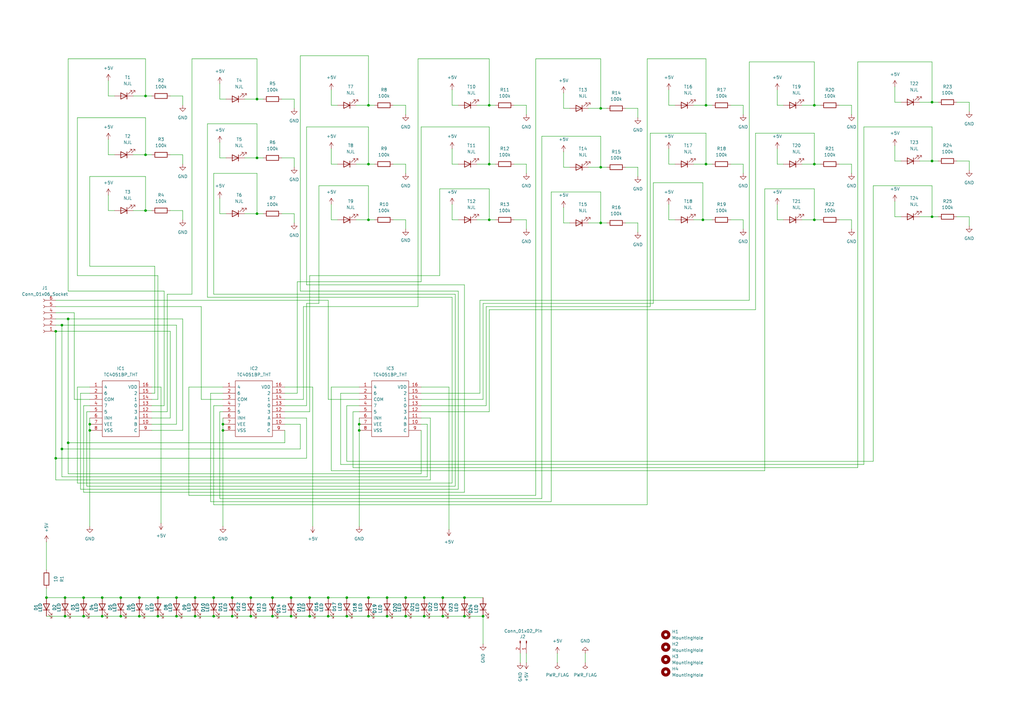
<source format=kicad_sch>
(kicad_sch (version 20231120) (generator "eeschema") (generator_version "8.0")
  (paper "A3")
  (junction (at 27.94 130.81))
  (junction (at 166.37 245.11))
  (junction (at 158.75 252.73))
  (junction (at 25.4 184.15))
  (junction (at 200.66 90.17))
  (junction (at 142.24 252.73))
  (junction (at 105.41 40.64))
  (junction (at 95.25 252.73))
  (junction (at 288.29 90.17))
  (junction (at 200.66 43.18))
  (junction (at 87.63 252.73))
  (junction (at 49.53 252.73))
  (junction (at 72.39 245.11))
  (junction (at 190.5 245.11))
  (junction (at 134.62 252.73))
  (junction (at 36.83 173.99))
  (junction (at 334.01 43.18))
  (junction (at 105.41 87.63))
  (junction (at 142.24 245.11))
  (junction (at 59.69 63.5))
  (junction (at 80.01 252.73))
  (junction (at 57.15 252.73))
  (junction (at 91.44 173.99))
  (junction (at 200.66 67.31))
  (junction (at 41.91 252.73))
  (junction (at 334.01 90.17))
  (junction (at 198.12 252.73))
  (junction (at 95.25 245.11))
  (junction (at 151.13 245.11))
  (junction (at 64.77 252.73))
  (junction (at 382.27 41.91))
  (junction (at 382.27 88.9))
  (junction (at 151.13 252.73))
  (junction (at 181.61 252.73))
  (junction (at 59.69 86.36))
  (junction (at 190.5 252.73))
  (junction (at 181.61 245.11))
  (junction (at 105.41 64.77))
  (junction (at 289.56 67.31))
  (junction (at 19.05 245.11))
  (junction (at 158.75 245.11))
  (junction (at 173.99 252.73))
  (junction (at 134.62 245.11))
  (junction (at 80.01 245.11))
  (junction (at 34.29 245.11))
  (junction (at 382.27 66.04))
  (junction (at 111.76 245.11))
  (junction (at 147.32 173.99))
  (junction (at 119.38 245.11))
  (junction (at 289.56 43.18))
  (junction (at 173.99 245.11))
  (junction (at 36.83 176.53))
  (junction (at 246.38 68.58))
  (junction (at 246.38 44.45))
  (junction (at 151.13 90.17))
  (junction (at 246.38 91.44))
  (junction (at 34.29 252.73))
  (junction (at 26.67 245.11))
  (junction (at 102.87 252.73))
  (junction (at 59.69 39.37))
  (junction (at 25.4 133.35))
  (junction (at 119.38 252.73))
  (junction (at 49.53 245.11))
  (junction (at 166.37 252.73))
  (junction (at 127 245.11))
  (junction (at 22.86 187.96))
  (junction (at 111.76 252.73))
  (junction (at 147.32 176.53))
  (junction (at 41.91 245.11))
  (junction (at 64.77 245.11))
  (junction (at 102.87 245.11))
  (junction (at 334.01 67.31))
  (junction (at 151.13 67.31))
  (junction (at 151.13 43.18))
  (junction (at 27.94 181.61))
  (junction (at 72.39 252.73))
  (junction (at 26.67 252.73))
  (junction (at 57.15 245.11))
  (junction (at 91.44 176.53))
  (junction (at 22.86 135.89))
  (junction (at 127 252.73))
  (junction (at 87.63 245.11))
  (wire (pts (xy 392.43 88.9) (xy 397.51 88.9)))
  (wire (pts (xy 397.51 66.04) (xy 397.51 69.85)))
  (wire (pts (xy 27.94 130.81) (xy 74.93 130.81)))
  (wire (pts (xy 91.44 171.45) (xy 91.44 173.99)))
  (wire (pts (xy 358.14 76.2) (xy 358.14 189.23)))
  (wire (pts (xy 90.17 87.63) (xy 92.71 87.63)))
  (wire (pts (xy 344.17 90.17) (xy 349.25 90.17)))
  (wire (pts (xy 246.38 91.44) (xy 248.92 91.44)))
  (wire (pts (xy 186.69 120.65) (xy 186.69 199.39)))
  (wire (pts (xy 90.17 168.91) (xy 91.44 168.91)))
  (wire (pts (xy 151.13 245.11) (xy 158.75 245.11)))
  (wire (pts (xy 354.33 190.5) (xy 139.7 190.5)))
  (wire (pts (xy 74.93 176.53) (xy 74.93 130.81)))
  (wire (pts (xy 349.25 43.18) (xy 349.25 46.99)))
  (wire (pts (xy 328.93 67.31) (xy 334.01 67.31)))
  (wire (pts (xy 367.03 59.69) (xy 367.03 66.04)))
  (wire (pts (xy 74.93 86.36) (xy 74.93 90.17)))
  (wire (pts (xy 87.63 207.01) (xy 87.63 166.37)))
  (wire (pts (xy 36.83 163.83) (xy 30.48 163.83)))
  (wire (pts (xy 31.75 48.26) (xy 31.75 113.03)))
  (wire (pts (xy 377.19 88.9) (xy 382.27 88.9)))
  (wire (pts (xy 313.69 77.47) (xy 313.69 193.04)))
  (wire (pts (xy 127 113.03) (xy 127 168.91)))
  (wire (pts (xy 195.58 90.17) (xy 200.66 90.17)))
  (wire (pts (xy 328.93 43.18) (xy 334.01 43.18)))
  (wire (pts (xy 215.9 67.31) (xy 215.9 71.12)))
  (wire (pts (xy 274.32 67.31) (xy 276.86 67.31)))
  (wire (pts (xy 231.14 68.58) (xy 233.68 68.58)))
  (wire (pts (xy 69.85 86.36) (xy 74.93 86.36)))
  (wire (pts (xy 151.13 67.31) (xy 153.67 67.31)))
  (wire (pts (xy 334.01 43.18) (xy 336.55 43.18)))
  (wire (pts (xy 95.25 252.73) (xy 102.87 252.73)))
  (wire (pts (xy 135.89 83.82) (xy 135.89 90.17)))
  (wire (pts (xy 36.83 72.39) (xy 36.83 109.22)))
  (wire (pts (xy 146.05 67.31) (xy 151.13 67.31)))
  (wire (pts (xy 63.5 109.22) (xy 63.5 161.29)))
  (wire (pts (xy 313.69 193.04) (xy 135.89 193.04)))
  (wire (pts (xy 105.41 87.63) (xy 107.95 87.63)))
  (wire (pts (xy 120.65 64.77) (xy 120.65 68.58)))
  (wire (pts (xy 44.45 57.15) (xy 44.45 63.5)))
  (wire (pts (xy 171.45 125.73) (xy 124.46 125.73)))
  (wire (pts (xy 19.05 222.25) (xy 19.05 233.68)))
  (wire (pts (xy 125.73 124.46) (xy 125.73 166.37)))
  (wire (pts (xy 36.83 171.45) (xy 36.83 173.99)))
  (wire (pts (xy 116.84 158.75) (xy 128.27 158.75)))
  (wire (pts (xy 90.17 81.28) (xy 90.17 87.63)))
  (wire (pts (xy 210.82 43.18) (xy 215.9 43.18)))
  (wire (pts (xy 105.41 24.13) (xy 105.41 40.64)))
  (wire (pts (xy 41.91 252.73) (xy 49.53 252.73)))
  (wire (pts (xy 226.06 78.74) (xy 226.06 205.74)))
  (wire (pts (xy 69.85 135.89) (xy 22.86 135.89)))
  (wire (pts (xy 180.34 77.47) (xy 180.34 113.03)))
  (wire (pts (xy 151.13 76.2) (xy 151.13 90.17)))
  (wire (pts (xy 121.92 161.29) (xy 116.84 161.29)))
  (wire (pts (xy 219.71 203.2) (xy 77.47 203.2)))
  (wire (pts (xy 67.31 166.37) (xy 62.23 166.37)))
  (wire (pts (xy 246.38 44.45) (xy 248.92 44.45)))
  (wire (pts (xy 318.77 60.96) (xy 318.77 67.31)))
  (wire (pts (xy 72.39 173.99) (xy 72.39 133.35)))
  (wire (pts (xy 382.27 41.91) (xy 384.81 41.91)))
  (wire (pts (xy 318.77 43.18) (xy 321.31 43.18)))
  (wire (pts (xy 30.48 163.83) (xy 30.48 128.27)))
  (wire (pts (xy 351.79 25.4) (xy 351.79 191.77)))
  (wire (pts (xy 344.17 43.18) (xy 349.25 43.18)))
  (wire (pts (xy 185.42 90.17) (xy 187.96 90.17)))
  (wire (pts (xy 135.89 60.96) (xy 135.89 67.31)))
  (wire (pts (xy 36.83 176.53) (xy 36.83 215.9)))
  (wire (pts (xy 30.48 128.27) (xy 22.86 128.27)))
  (wire (pts (xy 185.42 198.12) (xy 31.75 198.12)))
  (wire (pts (xy 180.34 113.03) (xy 127 113.03)))
  (wire (pts (xy 105.41 50.8) (xy 105.41 64.77)))
  (wire (pts (xy 261.62 44.45) (xy 261.62 48.26)))
  (wire (pts (xy 139.7 161.29) (xy 147.32 161.29)))
  (wire (pts (xy 62.23 158.75) (xy 66.04 158.75)))
  (wire (pts (xy 105.41 40.64) (xy 107.95 40.64)))
  (wire (pts (xy 62.23 173.99) (xy 72.39 173.99)))
  (wire (pts (xy 102.87 245.11) (xy 111.76 245.11)))
  (wire (pts (xy 196.85 123.19) (xy 196.85 161.29)))
  (wire (pts (xy 354.33 52.07) (xy 382.27 52.07)))
  (wire (pts (xy 267.97 74.93) (xy 288.29 74.93)))
  (wire (pts (xy 44.45 80.01) (xy 44.45 86.36)))
  (wire (pts (xy 266.7 54.61) (xy 289.56 54.61)))
  (wire (pts (xy 377.19 41.91) (xy 382.27 41.91)))
  (wire (pts (xy 309.88 54.61) (xy 334.01 54.61)))
  (wire (pts (xy 289.56 54.61) (xy 289.56 67.31)))
  (wire (pts (xy 125.73 187.96) (xy 22.86 187.96)))
  (wire (pts (xy 172.72 158.75) (xy 184.15 158.75)))
  (wire (pts (xy 54.61 86.36) (xy 59.69 86.36)))
  (wire (pts (xy 64.77 245.11) (xy 72.39 245.11)))
  (wire (pts (xy 72.39 133.35) (xy 25.4 133.35)))
  (wire (pts (xy 288.29 74.93) (xy 288.29 90.17)))
  (wire (pts (xy 27.94 119.38) (xy 67.31 119.38)))
  (wire (pts (xy 266.7 125.73) (xy 199.39 125.73)))
  (wire (pts (xy 181.61 245.11) (xy 190.5 245.11)))
  (wire (pts (xy 130.81 124.46) (xy 125.73 124.46)))
  (wire (pts (xy 246.38 24.13) (xy 219.71 24.13)))
  (wire (pts (xy 139.7 190.5) (xy 139.7 161.29)))
  (wire (pts (xy 27.94 194.31) (xy 27.94 181.61)))
  (wire (pts (xy 19.05 252.73) (xy 26.67 252.73)))
  (wire (pts (xy 256.54 68.58) (xy 261.62 68.58)))
  (wire (pts (xy 123.19 173.99) (xy 123.19 184.15)))
  (wire (pts (xy 382.27 25.4) (xy 382.27 41.91)))
  (wire (pts (xy 123.19 22.86) (xy 151.13 22.86)))
  (wire (pts (xy 200.66 77.47) (xy 180.34 77.47)))
  (wire (pts (xy 116.84 171.45) (xy 125.73 171.45)))
  (wire (pts (xy 210.82 67.31) (xy 215.9 67.31)))
  (wire (pts (xy 265.43 207.01) (xy 87.63 207.01)))
  (wire (pts (xy 57.15 252.73) (xy 64.77 252.73)))
  (wire (pts (xy 67.31 119.38) (xy 67.31 166.37)))
  (wire (pts (xy 123.19 119.38) (xy 187.96 119.38)))
  (wire (pts (xy 68.58 168.91) (xy 62.23 168.91)))
  (wire (pts (xy 125.73 52.07) (xy 151.13 52.07)))
  (wire (pts (xy 246.38 55.88) (xy 246.38 68.58)))
  (wire (pts (xy 100.33 64.77) (xy 105.41 64.77)))
  (wire (pts (xy 26.67 245.11) (xy 34.29 245.11)))
  (wire (pts (xy 82.55 163.83) (xy 91.44 163.83)))
  (wire (pts (xy 334.01 90.17) (xy 336.55 90.17)))
  (wire (pts (xy 69.85 171.45) (xy 69.85 135.89)))
  (wire (pts (xy 121.92 115.57) (xy 121.92 161.29)))
  (wire (pts (xy 358.14 189.23) (xy 142.24 189.23)))
  (wire (pts (xy 49.53 245.11) (xy 57.15 245.11)))
  (wire (pts (xy 198.12 124.46) (xy 198.12 163.83)))
  (wire (pts (xy 176.53 171.45) (xy 176.53 196.85)))
  (wire (pts (xy 261.62 68.58) (xy 261.62 72.39)))
  (wire (pts (xy 128.27 158.75) (xy 128.27 215.9)))
  (wire (pts (xy 190.5 245.11) (xy 198.12 245.11)))
  (wire (pts (xy 334.01 25.4) (xy 334.01 43.18)))
  (wire (pts (xy 135.89 67.31) (xy 138.43 67.31)))
  (wire (pts (xy 318.77 90.17) (xy 321.31 90.17)))
  (wire (pts (xy 304.8 90.17) (xy 304.8 93.98)))
  (wire (pts (xy 151.13 252.73) (xy 142.24 252.73)))
  (wire (pts (xy 124.46 125.73) (xy 124.46 163.83)))
  (wire (pts (xy 59.69 24.13) (xy 59.69 39.37)))
  (wire (pts (xy 69.85 63.5) (xy 74.93 63.5)))
  (wire (pts (xy 78.74 24.13) (xy 78.74 120.65)))
  (wire (pts (xy 34.29 245.11) (xy 41.91 245.11)))
  (wire (pts (xy 146.05 43.18) (xy 151.13 43.18)))
  (wire (pts (xy 377.19 66.04) (xy 382.27 66.04)))
  (wire (pts (xy 195.58 43.18) (xy 200.66 43.18)))
  (wire (pts (xy 134.62 245.11) (xy 142.24 245.11)))
  (wire (pts (xy 115.57 40.64) (xy 120.65 40.64)))
  (wire (pts (xy 49.53 252.73) (xy 57.15 252.73)))
  (wire (pts (xy 187.96 200.66) (xy 33.02 200.66)))
  (wire (pts (xy 318.77 83.82) (xy 318.77 90.17)))
  (wire (pts (xy 54.61 39.37) (xy 59.69 39.37)))
  (wire (pts (xy 199.39 166.37) (xy 172.72 166.37)))
  (wire (pts (xy 82.55 125.73) (xy 22.86 125.73)))
  (wire (pts (xy 289.56 43.18) (xy 292.1 43.18)))
  (wire (pts (xy 72.39 252.73) (xy 80.01 252.73)))
  (wire (pts (xy 64.77 113.03) (xy 64.77 163.83)))
  (wire (pts (xy 200.66 127) (xy 200.66 168.91)))
  (wire (pts (xy 274.32 36.83) (xy 274.32 43.18)))
  (wire (pts (xy 284.48 43.18) (xy 289.56 43.18)))
  (wire (pts (xy 246.38 24.13) (xy 246.38 44.45)))
  (wire (pts (xy 63.5 161.29) (xy 62.23 161.29)))
  (wire (pts (xy 87.63 166.37) (xy 91.44 166.37)))
  (wire (pts (xy 265.43 24.13) (xy 289.56 24.13)))
  (wire (pts (xy 44.45 39.37) (xy 46.99 39.37)))
  (wire (pts (xy 274.32 43.18) (xy 276.86 43.18)))
  (wire (pts (xy 90.17 34.29) (xy 90.17 40.64)))
  (wire (pts (xy 200.66 43.18) (xy 203.2 43.18)))
  (wire (pts (xy 142.24 166.37) (xy 147.32 166.37)))
  (wire (pts (xy 213.36 267.97) (xy 213.36 271.78)))
  (wire (pts (xy 36.83 109.22) (xy 63.5 109.22)))
  (wire (pts (xy 304.8 67.31) (xy 304.8 71.12)))
  (wire (pts (xy 33.02 161.29) (xy 36.83 161.29)))
  (wire (pts (xy 64.77 252.73) (xy 72.39 252.73)))
  (wire (pts (xy 382.27 76.2) (xy 382.27 88.9)))
  (wire (pts (xy 19.05 241.3) (xy 19.05 245.11)))
  (wire (pts (xy 90.17 40.64) (xy 92.71 40.64)))
  (wire (pts (xy 382.27 52.07) (xy 382.27 66.04)))
  (wire (pts (xy 27.94 181.61) (xy 27.94 130.81)))
  (wire (pts (xy 127 168.91) (xy 116.84 168.91)))
  (wire (pts (xy 304.8 43.18) (xy 304.8 46.99)))
  (wire (pts (xy 90.17 204.47) (xy 90.17 168.91)))
  (wire (pts (xy 91.44 173.99) (xy 91.44 176.53)))
  (wire (pts (xy 161.29 43.18) (xy 166.37 43.18)))
  (wire (pts (xy 41.91 245.11) (xy 49.53 245.11)))
  (wire (pts (xy 171.45 24.13) (xy 200.66 24.13)))
  (wire (pts (xy 59.69 39.37) (xy 62.23 39.37)))
  (wire (pts (xy 33.02 161.29) (xy 33.02 200.66)))
  (wire (pts (xy 246.38 78.74) (xy 226.06 78.74)))
  (wire (pts (xy 105.41 71.12) (xy 87.63 71.12)))
  (wire (pts (xy 31.75 198.12) (xy 31.75 158.75)))
  (wire (pts (xy 91.44 176.53) (xy 91.44 215.9)))
  (wire (pts (xy 34.29 201.93) (xy 34.29 166.37)))
  (wire (pts (xy 172.72 171.45) (xy 176.53 171.45)))
  (wire (pts (xy 328.93 90.17) (xy 334.01 90.17)))
  (wire (pts (xy 142.24 189.23) (xy 142.24 166.37)))
  (wire (pts (xy 134.62 252.73) (xy 127 252.73)))
  (wire (pts (xy 382.27 66.04) (xy 384.81 66.04)))
  (wire (pts (xy 36.83 72.39) (xy 59.69 72.39)))
  (wire (pts (xy 397.51 41.91) (xy 397.51 45.72)))
  (wire (pts (xy 26.67 252.73) (xy 34.29 252.73)))
  (wire (pts (xy 266.7 54.61) (xy 266.7 125.73)))
  (wire (pts (xy 175.26 195.58) (xy 25.4 195.58)))
  (wire (pts (xy 274.32 60.96) (xy 274.32 67.31)))
  (wire (pts (xy 119.38 252.73) (xy 127 252.73)))
  (wire (pts (xy 173.99 245.11) (xy 181.61 245.11)))
  (wire (pts (xy 62.23 171.45) (xy 69.85 171.45)))
  (wire (pts (xy 222.25 55.88) (xy 222.25 204.47)))
  (wire (pts (xy 125.73 171.45) (xy 125.73 187.96)))
  (wire (pts (xy 119.38 245.11) (xy 127 245.11)))
  (wire (pts (xy 130.81 76.2) (xy 130.81 124.46)))
  (wire (pts (xy 334.01 77.47) (xy 334.01 90.17)))
  (wire (pts (xy 261.62 91.44) (xy 261.62 95.25)))
  (wire (pts (xy 123.19 22.86) (xy 123.19 119.38)))
  (wire (pts (xy 172.72 52.07) (xy 200.66 52.07)))
  (wire (pts (xy 176.53 196.85) (xy 22.86 196.85)))
  (wire (pts (xy 135.89 158.75) (xy 147.32 158.75)))
  (wire (pts (xy 77.47 203.2) (xy 77.47 158.75)))
  (wire (pts (xy 166.37 245.11) (xy 173.99 245.11)))
  (wire (pts (xy 226.06 205.74) (xy 86.36 205.74)))
  (wire (pts (xy 289.56 67.31) (xy 292.1 67.31)))
  (wire (pts (xy 309.88 54.61) (xy 309.88 127)))
  (wire (pts (xy 116.84 181.61) (xy 27.94 181.61)))
  (wire (pts (xy 22.86 123.19) (xy 134.62 123.19)))
  (wire (pts (xy 382.27 88.9) (xy 384.81 88.9)))
  (wire (pts (xy 95.25 245.11) (xy 102.87 245.11)))
  (wire (pts (xy 80.01 252.73) (xy 87.63 252.73)))
  (wire (pts (xy 231.14 62.23) (xy 231.14 68.58)))
  (wire (pts (xy 334.01 67.31) (xy 336.55 67.31)))
  (wire (pts (xy 274.32 83.82) (xy 274.32 90.17)))
  (wire (pts (xy 78.74 120.65) (xy 68.58 120.65)))
  (wire (pts (xy 198.12 163.83) (xy 172.72 163.83)))
  (wire (pts (xy 334.01 77.47) (xy 313.69 77.47)))
  (wire (pts (xy 267.97 124.46) (xy 198.12 124.46)))
  (wire (pts (xy 349.25 67.31) (xy 349.25 71.12)))
  (wire (pts (xy 120.65 40.64) (xy 120.65 44.45)))
  (wire (pts (xy 34.29 166.37) (xy 36.83 166.37)))
  (wire (pts (xy 344.17 67.31) (xy 349.25 67.31)))
  (wire (pts (xy 115.57 87.63) (xy 120.65 87.63)))
  (wire (pts (xy 241.3 91.44) (xy 246.38 91.44)))
  (wire (pts (xy 349.25 90.17) (xy 349.25 93.98)))
  (wire (pts (xy 151.13 22.86) (xy 151.13 43.18)))
  (wire (pts (xy 147.32 163.83) (xy 134.62 163.83)))
  (wire (pts (xy 27.94 24.13) (xy 27.94 119.38)))
  (wire (pts (xy 90.17 64.77) (xy 92.71 64.77)))
  (wire (pts (xy 172.72 176.53) (xy 172.72 194.31)))
  (wire (pts (xy 59.69 86.36) (xy 62.23 86.36)))
  (wire (pts (xy 25.4 184.15) (xy 25.4 195.58)))
  (wire (pts (xy 69.85 39.37) (xy 74.93 39.37)))
  (wire (pts (xy 307.34 25.4) (xy 334.01 25.4)))
  (wire (pts (xy 195.58 67.31) (xy 200.66 67.31)))
  (wire (pts (xy 231.14 91.44) (xy 233.68 91.44)))
  (wire (pts (xy 284.48 67.31) (xy 289.56 67.31)))
  (wire (pts (xy 64.77 163.83) (xy 62.23 163.83)))
  (wire (pts (xy 241.3 44.45) (xy 246.38 44.45)))
  (wire (pts (xy 44.45 63.5) (xy 46.99 63.5)))
  (wire (pts (xy 116.84 173.99) (xy 123.19 173.99)))
  (wire (pts (xy 256.54 44.45) (xy 261.62 44.45)))
  (wire (pts (xy 74.93 39.37) (xy 74.93 43.18)))
  (wire (pts (xy 184.15 158.75) (xy 184.15 217.17)))
  (wire (pts (xy 144.78 191.77) (xy 144.78 168.91)))
  (wire (pts (xy 127 245.11) (xy 134.62 245.11)))
  (wire (pts (xy 144.78 168.91) (xy 147.32 168.91)))
  (wire (pts (xy 172.72 52.07) (xy 172.72 115.57)))
  (wire (pts (xy 200.66 77.47) (xy 200.66 90.17)))
  (wire (pts (xy 231.14 44.45) (xy 233.68 44.45)))
  (wire (pts (xy 222.25 55.88) (xy 246.38 55.88)))
  (wire (pts (xy 158.75 245.11) (xy 166.37 245.11)))
  (wire (pts (xy 318.77 67.31) (xy 321.31 67.31)))
  (wire (pts (xy 59.69 63.5) (xy 62.23 63.5)))
  (wire (pts (xy 87.63 71.12) (xy 87.63 120.65)))
  (wire (pts (xy 135.89 90.17) (xy 138.43 90.17)))
  (wire (pts (xy 123.19 184.15) (xy 25.4 184.15)))
  (wire (pts (xy 59.69 48.26) (xy 59.69 63.5)))
  (wire (pts (xy 210.82 90.17) (xy 215.9 90.17)))
  (wire (pts (xy 256.54 91.44) (xy 261.62 91.44)))
  (wire (pts (xy 19.05 245.11) (xy 26.67 245.11)))
  (wire (pts (xy 31.75 113.03) (xy 64.77 113.03)))
  (wire (pts (xy 186.69 199.39) (xy 35.56 199.39)))
  (wire (pts (xy 288.29 90.17) (xy 292.1 90.17)))
  (wire (pts (xy 215.9 267.97) (xy 215.9 271.78)))
  (wire (pts (xy 274.32 90.17) (xy 276.86 90.17)))
  (wire (pts (xy 74.93 63.5) (xy 74.93 67.31)))
  (wire (pts (xy 35.56 168.91) (xy 36.83 168.91)))
  (wire (pts (xy 87.63 245.11) (xy 95.25 245.11)))
  (wire (pts (xy 87.63 120.65) (xy 186.69 120.65)))
  (wire (pts (xy 82.55 125.73) (xy 82.55 163.83)))
  (wire (pts (xy 200.66 168.91) (xy 172.72 168.91)))
  (wire (pts (xy 31.75 48.26) (xy 59.69 48.26)))
  (wire (pts (xy 198.12 264.16) (xy 198.12 252.73)))
  (wire (pts (xy 147.32 173.99) (xy 147.32 176.53)))
  (wire (pts (xy 200.66 24.13) (xy 200.66 43.18)))
  (wire (pts (xy 166.37 67.31) (xy 166.37 71.12)))
  (wire (pts (xy 172.72 194.31) (xy 27.94 194.31)))
  (wire (pts (xy 367.03 88.9) (xy 369.57 88.9)))
  (wire (pts (xy 36.83 173.99) (xy 36.83 176.53)))
  (wire (pts (xy 246.38 78.74) (xy 246.38 91.44)))
  (wire (pts (xy 85.09 121.92) (xy 185.42 121.92)))
  (wire (pts (xy 246.38 68.58) (xy 248.92 68.58)))
  (wire (pts (xy 354.33 52.07) (xy 354.33 190.5)))
  (wire (pts (xy 367.03 41.91) (xy 369.57 41.91)))
  (wire (pts (xy 215.9 43.18) (xy 215.9 46.99)))
  (wire (pts (xy 284.48 90.17) (xy 288.29 90.17)))
  (wire (pts (xy 147.32 176.53) (xy 147.32 215.9)))
  (wire (pts (xy 307.34 25.4) (xy 307.34 123.19)))
  (wire (pts (xy 222.25 204.47) (xy 90.17 204.47)))
  (wire (pts (xy 265.43 24.13) (xy 265.43 207.01)))
  (wire (pts (xy 85.09 50.8) (xy 85.09 121.92)))
  (wire (pts (xy 181.61 252.73) (xy 173.99 252.73)))
  (wire (pts (xy 44.45 86.36) (xy 46.99 86.36)))
  (wire (pts (xy 166.37 90.17) (xy 166.37 93.98)))
  (wire (pts (xy 80.01 245.11) (xy 87.63 245.11)))
  (wire (pts (xy 78.74 24.13) (xy 105.41 24.13)))
  (wire (pts (xy 142.24 245.11) (xy 151.13 245.11)))
  (wire (pts (xy 57.15 245.11) (xy 64.77 245.11)))
  (wire (pts (xy 172.72 115.57) (xy 121.92 115.57)))
  (wire (pts (xy 367.03 35.56) (xy 367.03 41.91)))
  (wire (pts (xy 175.26 173.99) (xy 175.26 195.58)))
  (wire (pts (xy 111.76 245.11) (xy 119.38 245.11)))
  (wire (pts (xy 62.23 176.53) (xy 74.93 176.53)))
  (wire (pts (xy 25.4 133.35) (xy 25.4 184.15)))
  (wire (pts (xy 34.29 252.73) (xy 41.91 252.73)))
  (wire (pts (xy 87.63 252.73) (xy 95.25 252.73)))
  (wire (pts (xy 185.42 36.83) (xy 185.42 43.18)))
  (wire (pts (xy 185.42 43.18) (xy 187.96 43.18)))
  (wire (pts (xy 22.86 130.81) (xy 27.94 130.81)))
  (wire (pts (xy 90.17 58.42) (xy 90.17 64.77)))
  (wire (pts (xy 166.37 252.73) (xy 158.75 252.73)))
  (wire (pts (xy 231.14 85.09) (xy 231.14 91.44)))
  (wire (pts (xy 289.56 24.13) (xy 289.56 43.18)))
  (wire (pts (xy 22.86 135.89) (xy 22.86 187.96)))
  (wire (pts (xy 100.33 87.63) (xy 105.41 87.63)))
  (wire (pts (xy 151.13 252.73) (xy 158.75 252.73)))
  (wire (pts (xy 299.72 43.18) (xy 304.8 43.18)))
  (wire (pts (xy 200.66 52.07) (xy 200.66 67.31)))
  (wire (pts (xy 151.13 90.17) (xy 153.67 90.17)))
  (wire (pts (xy 358.14 76.2) (xy 382.27 76.2)))
  (wire (pts (xy 111.76 252.73) (xy 119.38 252.73)))
  (wire (pts (xy 86.36 161.29) (xy 86.36 205.74)))
  (wire (pts (xy 351.79 25.4) (xy 382.27 25.4)))
  (wire (pts (xy 147.32 171.45) (xy 147.32 173.99)))
  (wire (pts (xy 185.42 83.82) (xy 185.42 90.17)))
  (wire (pts (xy 367.03 82.55) (xy 367.03 88.9)))
  (wire (pts (xy 200.66 90.17) (xy 203.2 90.17)))
  (wire (pts (xy 190.5 252.73) (xy 198.12 252.73)))
  (wire (pts (xy 35.56 199.39) (xy 35.56 168.91)))
  (wire (pts (xy 392.43 41.91) (xy 397.51 41.91)))
  (wire (pts (xy 135.89 36.83) (xy 135.89 43.18)))
  (wire (pts (xy 125.73 52.07) (xy 125.73 116.84)))
  (wire (pts (xy 190.5 116.84) (xy 190.5 201.93)))
  (wire (pts (xy 151.13 76.2) (xy 130.81 76.2)))
  (wire (pts (xy 181.61 252.73) (xy 190.5 252.73)))
  (wire (pts (xy 66.04 158.75) (xy 66.04 214.63)))
  (wire (pts (xy 31.75 158.75) (xy 36.83 158.75)))
  (wire (pts (xy 367.03 66.04) (xy 369.57 66.04)))
  (wire (pts (xy 299.72 90.17) (xy 304.8 90.17)))
  (wire (pts (xy 124.46 163.83) (xy 116.84 163.83)))
  (wire (pts (xy 134.62 163.83) (xy 134.62 123.19)))
  (wire (pts (xy 102.87 252.73) (xy 111.76 252.73)))
  (wire (pts (xy 196.85 161.29) (xy 172.72 161.29)))
  (wire (pts (xy 299.72 67.31) (xy 304.8 67.31)))
  (wire (pts (xy 171.45 24.13) (xy 171.45 125.73)))
  (wire (pts (xy 240.03 267.97) (xy 240.03 271.78)))
  (wire (pts (xy 22.86 187.96) (xy 22.86 196.85)))
  (wire (pts (xy 161.29 90.17) (xy 166.37 90.17)))
  (wire (pts (xy 86.36 161.29) (xy 91.44 161.29)))
  (wire (pts (xy 105.41 71.12) (xy 105.41 87.63)))
  (wire (pts (xy 219.71 24.13) (xy 219.71 203.2)))
  (wire (pts (xy 200.66 67.31) (xy 203.2 67.31)))
  (wire (pts (xy 351.79 191.77) (xy 144.78 191.77)))
  (wire (pts (xy 172.72 173.99) (xy 175.26 173.99)))
  (wire (pts (xy 215.9 90.17) (xy 215.9 93.98)))
  (wire (pts (xy 146.05 90.17) (xy 151.13 90.17)))
  (wire (pts (xy 187.96 119.38) (xy 187.96 200.66)))
  (wire (pts (xy 161.29 67.31) (xy 166.37 67.31)))
  (wire (pts (xy 392.43 66.04) (xy 397.51 66.04)))
  (wire (pts (xy 116.84 176.53) (xy 116.84 181.61)))
  (wire (pts (xy 185.42 67.31) (xy 187.96 67.31)))
  (wire (pts (xy 77.47 158.75) (xy 91.44 158.75)))
  (wire (pts (xy 142.24 252.73) (xy 134.62 252.73)))
  (wire (pts (xy 54.61 63.5) (xy 59.69 63.5)))
  (wire (pts (xy 228.6 267.97) (xy 228.6 271.78)))
  (wire (pts (xy 166.37 43.18) (xy 166.37 46.99)))
  (wire (pts (xy 241.3 68.58) (xy 246.38 68.58)))
  (wire (pts (xy 135.89 43.18) (xy 138.43 43.18)))
  (wire (pts (xy 199.39 125.73) (xy 199.39 166.37)))
  (wire (pts (xy 59.69 72.39) (xy 59.69 86.36)))
  (wire (pts (xy 25.4 133.35) (xy 22.86 133.35)))
  (wire (pts (xy 151.13 43.18) (xy 153.67 43.18)))
  (wire (pts (xy 135.89 193.04) (xy 135.89 158.75)))
  (wire (pts (xy 318.77 36.83) (xy 318.77 43.18)))
  (wire (pts (xy 267.97 74.93) (xy 267.97 124.46)))
  (wire (pts (xy 44.45 33.02) (xy 44.45 39.37)))
  (wire (pts (xy 185.42 60.96) (xy 185.42 67.31)))
  (wire (pts (xy 185.42 121.92) (xy 185.42 198.12)))
  (wire (pts (xy 105.41 50.8) (xy 85.09 50.8)))
  (wire (pts (xy 231.14 38.1) (xy 231.14 44.45)))
  (wire (pts (xy 59.69 24.13) (xy 27.94 24.13)))
  (wire (pts (xy 307.34 123.19) (xy 196.85 123.19)))
  (wire (pts (xy 190.5 201.93) (xy 34.29 201.93)))
  (wire (pts (xy 397.51 88.9) (xy 397.51 92.71)))
  (wire (pts (xy 125.73 116.84) (xy 190.5 116.84)))
  (wire (pts (xy 68.58 120.65) (xy 68.58 168.91)))
  (wire (pts (xy 100.33 40.64) (xy 105.41 40.64)))
  (wire (pts (xy 151.13 52.07) (xy 151.13 67.31)))
  (wire (pts (xy 173.99 252.73) (xy 166.37 252.73)))
  (wire (pts (xy 120.65 87.63) (xy 120.65 91.44)))
  (wire (pts (xy 125.73 166.37) (xy 116.84 166.37)))
  (wire (pts (xy 115.57 64.77) (xy 120.65 64.77)))
  (wire (pts (xy 334.01 54.61) (xy 334.01 67.31)))
  (wire (pts (xy 309.88 127) (xy 200.66 127)))
  (wire (pts (xy 105.41 64.77) (xy 107.95 64.77)))
  (wire (pts (xy 72.39 245.11) (xy 80.01 245.11)))
  (symbol (lib_id "power:+5V") (at 185.42 36.83 0) (unit 1)
    (property "Reference" "#PWR026" (effects (hide yes)))
    (property "Value" "+5V" (at 185.42 31.75 0))
    (property "Description" "Power symbol creates a global label with name \"+5V\"" (effects (hide yes)))
  )
  (symbol (lib_id "Device:LED") (at 142.24 90.17 180) (unit 1)
    (property "Reference" "T9" (at 143.8275 82.55 0))
    (property "Value" "NJL" (at 143.8275 85.09 0))
    (property "Footprint" "LED_THT:LED_D3.0mm" (effects (hide yes)))
    (property "Description" "Light emitting diode" (effects (hide yes)))
  )
  (symbol (lib_id "Device:LED") (at 95.25 248.92 90) (unit 1)
    (property "Reference" "D11" (at 90.424 248.92 0))
    (property "Value" "LED" (at 92.456 249.174 0))
    (property "Footprint" "LED_THT:LED_D3.0mm" (effects (hide yes)))
    (property "Description" "Light emitting diode" (effects (hide yes)))
  )
  (symbol (lib_id "Device:LED") (at 191.77 67.31 180) (unit 1)
    (property "Reference" "T11" (at 193.3575 59.69 0))
    (property "Value" "NJL" (at 193.3575 62.23 0))
    (property "Footprint" "LED_THT:LED_D3.0mm" (effects (hide yes)))
    (property "Description" "Light emitting diode" (effects (hide yes)))
  )
  (symbol (lib_id "power:+5V") (at 231.14 85.09 0) (unit 1)
    (property "Reference" "#PWR038" (effects (hide yes)))
    (property "Value" "+5V" (at 231.14 80.01 0))
    (property "Description" "Power symbol creates a global label with name \"+5V\"" (effects (hide yes)))
  )
  (symbol (lib_id "power:+5V") (at 367.03 82.55 0) (unit 1)
    (property "Reference" "#PWR057" (effects (hide yes)))
    (property "Value" "+5V" (at 367.03 77.47 0))
    (property "Description" "Power symbol creates a global label with name \"+5V\"" (effects (hide yes)))
  )
  (symbol (lib_id "Device:LED") (at 237.49 44.45 180) (unit 1)
    (property "Reference" "T13" (at 239.0775 36.83 0))
    (property "Value" "NJL" (at 239.0775 39.37 0))
    (property "Footprint" "LED_THT:LED_D3.0mm" (effects (hide yes)))
    (property "Description" "Light emitting diode" (effects (hide yes)))
  )
  (symbol (lib_id "Device:LED") (at 127 248.92 90) (unit 1)
    (property "Reference" "D15" (at 122.682 249.174 0))
    (property "Value" "LED" (at 124.46 249.174 0))
    (property "Footprint" "LED_THT:LED_D3.0mm" (effects (hide yes)))
    (property "Description" "Light emitting diode" (effects (hide yes)))
  )
  (symbol (lib_id "Device:R") (at 340.36 67.31 90) (unit 1)
    (property "Reference" "R21" (at 340.36 60.96 90))
    (property "Value" "100k" (at 340.36 63.5 90))
    (property "Footprint" "Resistor_THT:R_Axial_DIN0207_L6.3mm_D2.5mm_P10.16mm_Horizontal" (effects (hide yes)))
    (property "Description" "Resistor" (effects (hide yes)))
  )
  (symbol (lib_id "Device:LED") (at 50.8 39.37 180) (unit 1)
    (property "Reference" "T1" (at 52.3875 31.75 0))
    (property "Value" "NJL" (at 52.3875 34.29 0))
    (property "Footprint" "LED_THT:LED_D3.0mm" (effects (hide yes)))
    (property "Description" "Light emitting diode" (effects (hide yes)))
  )
  (symbol (lib_id "Device:LED") (at 142.24 43.18 180) (unit 1)
    (property "Reference" "T7" (at 143.8275 35.56 0))
    (property "Value" "NJL" (at 143.8275 38.1 0))
    (property "Footprint" "LED_THT:LED_D3.0mm" (effects (hide yes)))
    (property "Description" "Light emitting diode" (effects (hide yes)))
  )
  (symbol (lib_id "Mechanical:MountingHole") (at 273.05 260.35 0) (unit 1) (exclude_from_sim yes) (in_bom no)
    (property "Reference" "H1" (at 275.59 259.0799 0) (effects (justify left)))
    (property "Value" "MountingHole" (at 275.59 261.6199 0) (effects (justify left)))
    (property "Footprint" "MountingHole:MountingHole_3.2mm_M3" (effects (hide yes)))
    (property "Description" "Mounting Hole without connection" (effects (hide yes)))
  )
  (symbol (lib_id "power:GND") (at 147.32 215.9 0) (unit 1)
    (property "Reference" "#PWR021" (effects (hide yes)))
    (property "Value" "GND" (at 147.32 220.98 0))
    (property "Description" "Power symbol creates a global label with name \"GND\" , ground" (effects (hide yes)))
  )
  (symbol (lib_id "power:+5V") (at 318.77 60.96 0) (unit 1)
    (property "Reference" "#PWR050" (effects (hide yes)))
    (property "Value" "+5V" (at 318.77 55.88 0))
    (property "Description" "Power symbol creates a global label with name \"+5V\"" (effects (hide yes)))
  )
  (symbol (lib_id "power:+5V") (at 318.77 83.82 0) (unit 1)
    (property "Reference" "#PWR051" (effects (hide yes)))
    (property "Value" "+5V" (at 318.77 78.74 0))
    (property "Description" "Power symbol creates a global label with name \"+5V\"" (effects (hide yes)))
  )
  (symbol (lib_id "LINESENSOR:TC4051BP_THT") (at 147.32 158.75 0) (unit 1)
    (property "Reference" "IC3" (at 160.02 151.13 0))
    (property "Value" "TC4051BP_THT" (at 160.02 153.67 0))
    (property "Footprint" "LINESENSOR:TC4051BP_THT" (effects (hide yes)))
    (property "Datasheet" "http://toshiba.semicon-storage.com/info/docget.jsp?did=18603&prodName=TC4051BP" (effects (hide yes)))
    (property "Description" "Toshiba TC4051BP(N,F), Multiplexer/Demultiplexer Single 8:1, 12 V, 15 V, 5 V, 9 V, 16-Pin PDIP" (effects (hide yes)))
    (property "Description_1" "Toshiba TC4051BP(N,F), Multiplexer/Demultiplexer Single 8:1, 12 V, 15 V, 5 V, 9 V, 16-Pin PDIP" (effects (hide yes)))
    (property "Height" "4.45" (effects (hide yes)))
    (property "Manufacturer_Name" "Toshiba" (effects (hide yes)))
    (property "Manufacturer_Part_Number" "TC4051BP(N,F)" (effects (hide yes)))
  )
  (symbol (lib_id "Device:R") (at 207.01 90.17 90) (unit 1)
    (property "Reference" "R13" (at 207.01 83.82 90))
    (property "Value" "100k" (at 207.01 86.36 90))
    (property "Footprint" "Resistor_THT:R_Axial_DIN0207_L6.3mm_D2.5mm_P10.16mm_Horizontal" (effects (hide yes)))
    (property "Description" "Resistor" (effects (hide yes)))
  )
  (symbol (lib_id "power:GND") (at 215.9 46.99 0) (unit 1)
    (property "Reference" "#PWR031" (effects (hide yes)))
    (property "Value" "GND" (at 215.9 52.07 0))
    (property "Description" "Power symbol creates a global label with name \"GND\" , ground" (effects (hide yes)))
  )
  (symbol (lib_id "Device:R") (at 252.73 68.58 90) (unit 1)
    (property "Reference" "R15" (at 252.73 62.23 90))
    (property "Value" "100k" (at 252.73 64.77 90))
    (property "Footprint" "Resistor_THT:R_Axial_DIN0207_L6.3mm_D2.5mm_P10.16mm_Horizontal" (effects (hide yes)))
    (property "Description" "Resistor" (effects (hide yes)))
  )
  (symbol (lib_id "Connector:Conn_01x06_Socket") (at 17.78 130.81 180) (unit 1)
    (property "Reference" "J1" (at 18.415 118.11 0))
    (property "Value" "Conn_01x06_Socket" (at 18.415 120.65 0))
    (property "Footprint" "Connector_JST:JST_XH_B6B-XH-A_1x06_P2.50mm_Vertical" (effects (hide yes)))
    (property "Description" "Generic connector, single row, 01x06, script generated" (effects (hide yes)))
  )
  (symbol (lib_id "power:GND") (at 304.8 93.98 0) (unit 1)
    (property "Reference" "#PWR048" (effects (hide yes)))
    (property "Value" "GND" (at 304.8 99.06 0))
    (property "Description" "Power symbol creates a global label with name \"GND\" , ground" (effects (hide yes)))
  )
  (symbol (lib_id "power:+5V") (at 128.27 215.9 180) (unit 1)
    (property "Reference" "#PWR017" (effects (hide yes)))
    (property "Value" "+5V" (at 128.27 220.98 0))
    (property "Description" "Power symbol creates a global label with name \"+5V\"" (effects (hide yes)))
  )
  (symbol (lib_id "Device:LED") (at 34.29 248.92 90) (unit 1)
    (property "Reference" "D3" (at 29.972 249.174 0))
    (property "Value" "LED" (at 31.75 249.174 0))
    (property "Footprint" "LED_THT:LED_D3.0mm" (effects (hide yes)))
    (property "Description" "Light emitting diode" (effects (hide yes)))
  )
  (symbol (lib_id "power:GND") (at 304.8 71.12 0) (unit 1)
    (property "Reference" "#PWR047" (effects (hide yes)))
    (property "Value" "GND" (at 304.8 76.2 0))
    (property "Description" "Power symbol creates a global label with name \"GND\" , ground" (effects (hide yes)))
  )
  (symbol (lib_id "Device:LED") (at 191.77 90.17 180) (unit 1)
    (property "Reference" "T12" (at 193.3575 82.55 0))
    (property "Value" "NJL" (at 193.3575 85.09 0))
    (property "Footprint" "LED_THT:LED_D3.0mm" (effects (hide yes)))
    (property "Description" "Light emitting diode" (effects (hide yes)))
  )
  (symbol (lib_id "Device:LED") (at 191.77 43.18 180) (unit 1)
    (property "Reference" "T10" (at 193.3575 35.56 0))
    (property "Value" "NJL" (at 193.3575 38.1 0))
    (property "Footprint" "LED_THT:LED_D3.0mm" (effects (hide yes)))
    (property "Description" "Light emitting diode" (effects (hide yes)))
  )
  (symbol (lib_id "power:+5V") (at 66.04 214.63 180) (unit 1)
    (property "Reference" "#PWR06" (effects (hide yes)))
    (property "Value" "+5V" (at 66.04 219.71 0))
    (property "Description" "Power symbol creates a global label with name \"+5V\"" (effects (hide yes)))
  )
  (symbol (lib_id "power:+5V") (at 90.17 34.29 0) (unit 1)
    (property "Reference" "#PWR010" (effects (hide yes)))
    (property "Value" "+5V" (at 90.17 29.21 0))
    (property "Description" "Power symbol creates a global label with name \"+5V\"" (effects (hide yes)))
  )
  (symbol (lib_id "power:GND") (at 120.65 44.45 0) (unit 1)
    (property "Reference" "#PWR014" (effects (hide yes)))
    (property "Value" "GND" (at 120.65 49.53 0))
    (property "Description" "Power symbol creates a global label with name \"GND\" , ground" (effects (hide yes)))
  )
  (symbol (lib_id "power:GND") (at 120.65 91.44 0) (unit 1)
    (property "Reference" "#PWR016" (effects (hide yes)))
    (property "Value" "GND" (at 120.65 96.52 0))
    (property "Description" "Power symbol creates a global label with name \"GND\" , ground" (effects (hide yes)))
  )
  (symbol (lib_id "Connector:Conn_01x02_Pin") (at 215.9 262.89 270) (unit 1)
    (property "Reference" "J2" (at 214.376 261.112 90))
    (property "Value" "Conn_01x02_Pin" (at 214.63 258.826 90))
    (property "Footprint" "Connector_JST:JST_XH_B2B-XH-A_1x02_P2.50mm_Vertical" (effects (hide yes)))
    (property "Description" "Generic connector, single row, 01x02, script generated" (effects (hide yes)))
  )
  (symbol (lib_id "power:GND") (at 213.36 271.78 0) (unit 1)
    (property "Reference" "#PWR030" (effects (hide yes)))
    (property "Value" "GND" (at 213.3601 275.59 90) (effects (justify right)))
    (property "Description" "Power symbol creates a global label with name \"GND\" , ground" (effects (hide yes)))
  )
  (symbol (lib_id "Device:R") (at 157.48 90.17 90) (unit 1)
    (property "Reference" "R10" (at 157.48 83.82 90))
    (property "Value" "100k" (at 157.48 86.36 90))
    (property "Footprint" "Resistor_THT:R_Axial_DIN0207_L6.3mm_D2.5mm_P10.16mm_Horizontal" (effects (hide yes)))
    (property "Description" "Resistor" (effects (hide yes)))
  )
  (symbol (lib_id "Device:LED") (at 72.39 248.92 90) (unit 1)
    (property "Reference" "D8" (at 68.072 249.174 0))
    (property "Value" "LED" (at 69.85 249.174 0))
    (property "Footprint" "LED_THT:LED_D3.0mm" (effects (hide yes)))
    (property "Description" "Light emitting diode" (effects (hide yes)))
  )
  (symbol (lib_id "Device:R") (at 157.48 67.31 90) (unit 1)
    (property "Reference" "R9" (at 157.48 60.96 90))
    (property "Value" "100k" (at 157.48 63.5 90))
    (property "Footprint" "Resistor_THT:R_Axial_DIN0207_L6.3mm_D2.5mm_P10.16mm_Horizontal" (effects (hide yes)))
    (property "Description" "Resistor" (effects (hide yes)))
  )
  (symbol (lib_id "Device:R") (at 295.91 43.18 90) (unit 1)
    (property "Reference" "R17" (at 295.91 36.83 90))
    (property "Value" "100k" (at 295.91 39.37 90))
    (property "Footprint" "Resistor_THT:R_Axial_DIN0207_L6.3mm_D2.5mm_P10.16mm_Horizontal" (effects (hide yes)))
    (property "Description" "Resistor" (effects (hide yes)))
  )
  (symbol (lib_id "Mechanical:MountingHole") (at 273.05 275.59 0) (unit 1) (exclude_from_sim yes) (in_bom no)
    (property "Reference" "H4" (at 275.59 274.3199 0) (effects (justify left)))
    (property "Value" "MountingHole" (at 275.59 276.8599 0) (effects (justify left)))
    (property "Footprint" "MountingHole:MountingHole_3.2mm_M3" (effects (hide yes)))
    (property "Description" "Mounting Hole without connection" (effects (hide yes)))
  )
  (symbol (lib_id "Device:LED") (at 325.12 67.31 180) (unit 1)
    (property "Reference" "T20" (at 326.7075 59.69 0))
    (property "Value" "NJL" (at 326.7075 62.23 0))
    (property "Footprint" "LED_THT:LED_D3.0mm" (effects (hide yes)))
    (property "Description" "Light emitting diode" (effects (hide yes)))
  )
  (symbol (lib_id "power:+5V") (at 367.03 35.56 0) (unit 1)
    (property "Reference" "#PWR055" (effects (hide yes)))
    (property "Value" "+5V" (at 367.03 30.48 0))
    (property "Description" "Power symbol creates a global label with name \"+5V\"" (effects (hide yes)))
  )
  (symbol (lib_id "Device:LED") (at 41.91 248.92 90) (unit 1)
    (property "Reference" "D4" (at 37.592 249.174 0))
    (property "Value" "LED" (at 39.37 249.174 0))
    (property "Footprint" "LED_THT:LED_D3.0mm" (effects (hide yes)))
    (property "Description" "Light emitting diode" (effects (hide yes)))
  )
  (symbol (lib_id "Device:LED") (at 181.61 248.92 90) (unit 1)
    (property "Reference" "D22" (at 176.53 248.92 0))
    (property "Value" "LED" (at 178.816 248.92 0))
    (property "Footprint" "LED_THT:LED_D3.0mm" (effects (hide yes)))
    (property "Description" "Light emitting diode" (effects (hide yes)))
  )
  (symbol (lib_id "Device:LED") (at 96.52 64.77 180) (unit 1)
    (property "Reference" "T5" (at 98.1075 57.15 0))
    (property "Value" "NJL" (at 98.1075 59.69 0))
    (property "Footprint" "LED_THT:LED_D3.0mm" (effects (hide yes)))
    (property "Description" "Light emitting diode" (effects (hide yes)))
  )
  (symbol (lib_id "power:+5V") (at 318.77 36.83 0) (unit 1)
    (property "Reference" "#PWR049" (effects (hide yes)))
    (property "Value" "+5V" (at 318.77 31.75 0))
    (property "Description" "Power symbol creates a global label with name \"+5V\"" (effects (hide yes)))
  )
  (symbol (lib_id "Device:R") (at 66.04 63.5 90) (unit 1)
    (property "Reference" "R3" (at 66.04 57.15 90))
    (property "Value" "100k" (at 66.04 59.69 90))
    (property "Footprint" "Resistor_THT:R_Axial_DIN0207_L6.3mm_D2.5mm_P10.16mm_Horizontal" (effects (hide yes)))
    (property "Description" "Resistor" (effects (hide yes)))
  )
  (symbol (lib_id "power:+5V") (at 185.42 83.82 0) (unit 1)
    (property "Reference" "#PWR028" (effects (hide yes)))
    (property "Value" "+5V" (at 185.42 78.74 0))
    (property "Description" "Power symbol creates a global label with name \"+5V\"" (effects (hide yes)))
  )
  (symbol (lib_id "power:GND") (at 91.44 215.9 0) (unit 1)
    (property "Reference" "#PWR013" (effects (hide yes)))
    (property "Value" "GND" (at 91.44 220.98 0))
    (property "Description" "Power symbol creates a global label with name \"GND\" , ground" (effects (hide yes)))
  )
  (symbol (lib_id "Device:R") (at 388.62 88.9 90) (unit 1)
    (property "Reference" "R25" (at 388.62 82.55 90))
    (property "Value" "100k" (at 388.62 85.09 90))
    (property "Footprint" "Resistor_THT:R_Axial_DIN0207_L6.3mm_D2.5mm_P10.16mm_Horizontal" (effects (hide yes)))
    (property "Description" "Resistor" (effects (hide yes)))
  )
  (symbol (lib_id "Device:R") (at 111.76 64.77 90) (unit 1)
    (property "Reference" "R6" (at 111.76 58.42 90))
    (property "Value" "100k" (at 111.76 60.96 90))
    (property "Footprint" "Resistor_THT:R_Axial_DIN0207_L6.3mm_D2.5mm_P10.16mm_Horizontal" (effects (hide yes)))
    (property "Description" "Resistor" (effects (hide yes)))
  )
  (symbol (lib_id "Device:LED") (at 280.67 90.17 180) (unit 1)
    (property "Reference" "T18" (at 282.2575 82.55 0))
    (property "Value" "NJL" (at 282.2575 85.09 0))
    (property "Footprint" "LED_THT:LED_D3.0mm" (effects (hide yes)))
    (property "Description" "Light emitting diode" (effects (hide yes)))
  )
  (symbol (lib_id "power:PWR_FLAG") (at 228.6 271.78 180) (unit 1)
    (property "Reference" "#FLG01" (effects (hide yes)))
    (property "Value" "PWR_FLAG" (at 228.6 276.86 0))
    (property "Description" "Special symbol for telling ERC where power comes from" (effects (hide yes)))
  )
  (symbol (lib_id "Device:R") (at 252.73 44.45 90) (unit 1)
    (property "Reference" "R14" (at 252.73 38.1 90))
    (property "Value" "100k" (at 252.73 40.64 90))
    (property "Footprint" "Resistor_THT:R_Axial_DIN0207_L6.3mm_D2.5mm_P10.16mm_Horizontal" (effects (hide yes)))
    (property "Description" "Resistor" (effects (hide yes)))
  )
  (symbol (lib_id "Device:LED") (at 96.52 87.63 180) (unit 1)
    (property "Reference" "T6" (at 98.1075 80.01 0))
    (property "Value" "NJL" (at 98.1075 82.55 0))
    (property "Footprint" "LED_THT:LED_D3.0mm" (effects (hide yes)))
    (property "Description" "Light emitting diode" (effects (hide yes)))
  )
  (symbol (lib_id "power:+5V") (at 231.14 62.23 0) (unit 1)
    (property "Reference" "#PWR037" (effects (hide yes)))
    (property "Value" "+5V" (at 231.14 57.15 0))
    (property "Description" "Power symbol creates a global label with name \"+5V\"" (effects (hide yes)))
  )
  (symbol (lib_id "Device:R") (at 157.48 43.18 90) (unit 1)
    (property "Reference" "R8" (at 157.48 36.83 90))
    (property "Value" "100k" (at 157.48 39.37 90))
    (property "Footprint" "Resistor_THT:R_Axial_DIN0207_L6.3mm_D2.5mm_P10.16mm_Horizontal" (effects (hide yes)))
    (property "Description" "Resistor" (effects (hide yes)))
  )
  (symbol (lib_id "Device:R") (at 19.05 237.49 180) (unit 1)
    (property "Reference" "R1" (at 25.4 237.49 90))
    (property "Value" "10" (at 22.86 237.49 90))
    (property "Footprint" "Resistor_THT:R_Axial_DIN0207_L6.3mm_D2.5mm_P10.16mm_Horizontal" (effects (hide yes)))
    (property "Description" "Resistor" (effects (hide yes)))
  )
  (symbol (lib_id "Device:LED") (at 373.38 41.91 180) (unit 1)
    (property "Reference" "T22" (at 374.9675 34.29 0))
    (property "Value" "NJL" (at 374.9675 36.83 0))
    (property "Footprint" "LED_THT:LED_D3.0mm" (effects (hide yes)))
    (property "Description" "Light emitting diode" (effects (hide yes)))
  )
  (symbol (lib_id "power:GND") (at 166.37 46.99 0) (unit 1)
    (property "Reference" "#PWR022" (effects (hide yes)))
    (property "Value" "GND" (at 166.37 52.07 0))
    (property "Description" "Power symbol creates a global label with name \"GND\" , ground" (effects (hide yes)))
  )
  (symbol (lib_id "power:+5V") (at 274.32 83.82 0) (unit 1)
    (property "Reference" "#PWR045" (effects (hide yes)))
    (property "Value" "+5V" (at 274.32 78.74 0))
    (property "Description" "Power symbol creates a global label with name \"+5V\"" (effects (hide yes)))
  )
  (symbol (lib_id "power:+5V") (at 44.45 80.01 0) (unit 1)
    (property "Reference" "#PWR05" (effects (hide yes)))
    (property "Value" "+5V" (at 44.45 74.93 0))
    (property "Description" "Power symbol creates a global label with name \"+5V\"" (effects (hide yes)))
  )
  (symbol (lib_id "Device:R") (at 388.62 66.04 90) (unit 1)
    (property "Reference" "R24" (at 388.62 59.69 90))
    (property "Value" "100k" (at 388.62 62.23 90))
    (property "Footprint" "Resistor_THT:R_Axial_DIN0207_L6.3mm_D2.5mm_P10.16mm_Horizontal" (effects (hide yes)))
    (property "Description" "Resistor" (effects (hide yes)))
  )
  (symbol (lib_id "Device:LED") (at 151.13 248.92 90) (unit 1)
    (property "Reference" "D18" (at 145.542 249.174 0))
    (property "Value" "LED" (at 147.828 249.174 0))
    (property "Footprint" "LED_THT:LED_D3.0mm" (effects (hide yes)))
    (property "Description" "Light emitting diode" (effects (hide yes)))
  )
  (symbol (lib_id "power:+5V") (at 274.32 36.83 0) (unit 1)
    (property "Reference" "#PWR043" (effects (hide yes)))
    (property "Value" "+5V" (at 274.32 31.75 0))
    (property "Description" "Power symbol creates a global label with name \"+5V\"" (effects (hide yes)))
  )
  (symbol (lib_id "LINESENSOR:TC4051BP_THT") (at 36.83 158.75 0) (unit 1)
    (property "Reference" "IC1" (at 49.53 151.13 0))
    (property "Value" "TC4051BP_THT" (at 49.53 153.67 0))
    (property "Footprint" "LINESENSOR:TC4051BP_THT" (effects (hide yes)))
    (property "Datasheet" "http://toshiba.semicon-storage.com/info/docget.jsp?did=18603&prodName=TC4051BP" (effects (hide yes)))
    (property "Description" "Toshiba TC4051BP(N,F), Multiplexer/Demultiplexer Single 8:1, 12 V, 15 V, 5 V, 9 V, 16-Pin PDIP" (effects (hide yes)))
    (property "Description_1" "Toshiba TC4051BP(N,F), Multiplexer/Demultiplexer Single 8:1, 12 V, 15 V, 5 V, 9 V, 16-Pin PDIP" (effects (hide yes)))
    (property "Height" "4.45" (effects (hide yes)))
    (property "Manufacturer_Name" "Toshiba" (effects (hide yes)))
    (property "Manufacturer_Part_Number" "TC4051BP(N,F)" (effects (hide yes)))
  )
  (symbol (lib_id "Device:R") (at 111.76 40.64 90) (unit 1)
    (property "Reference" "R5" (at 111.76 34.29 90))
    (property "Value" "100k" (at 111.76 36.83 90))
    (property "Footprint" "Resistor_THT:R_Axial_DIN0207_L6.3mm_D2.5mm_P10.16mm_Horizontal" (effects (hide yes)))
    (property "Description" "Resistor" (effects (hide yes)))
  )
  (symbol (lib_id "Device:LED") (at 142.24 67.31 180) (unit 1)
    (property "Reference" "T8" (at 143.8275 59.69 0))
    (property "Value" "NJL" (at 143.8275 62.23 0))
    (property "Footprint" "LED_THT:LED_D3.0mm" (effects (hide yes)))
    (property "Description" "Light emitting diode" (effects (hide yes)))
  )
  (symbol (lib_id "power:+5V") (at 228.6 267.97 0) (unit 1)
    (property "Reference" "#PWR035" (effects (hide yes)))
    (property "Value" "+5V" (at 228.6 262.89 0))
    (property "Description" "Power symbol creates a global label with name \"+5V\"" (effects (hide yes)))
  )
  (symbol (lib_id "power:GND") (at 349.25 46.99 0) (unit 1)
    (property "Reference" "#PWR052" (effects (hide yes)))
    (property "Value" "GND" (at 349.25 52.07 0))
    (property "Description" "Power symbol creates a global label with name \"GND\" , ground" (effects (hide yes)))
  )
  (symbol (lib_id "power:PWR_FLAG") (at 240.03 271.78 180) (unit 1)
    (property "Reference" "#FLG02" (effects (hide yes)))
    (property "Value" "PWR_FLAG" (at 240.03 276.86 0))
    (property "Description" "Special symbol for telling ERC where power comes from" (effects (hide yes)))
  )
  (symbol (lib_id "power:+5V") (at 274.32 60.96 0) (unit 1)
    (property "Reference" "#PWR044" (effects (hide yes)))
    (property "Value" "+5V" (at 274.32 55.88 0))
    (property "Description" "Power symbol creates a global label with name \"+5V\"" (effects (hide yes)))
  )
  (symbol (lib_id "power:+5V") (at 44.45 33.02 0) (unit 1)
    (property "Reference" "#PWR03" (effects (hide yes)))
    (property "Value" "+5V" (at 44.45 27.94 0))
    (property "Description" "Power symbol creates a global label with name \"+5V\"" (effects (hide yes)))
  )
  (symbol (lib_id "power:GND") (at 120.65 68.58 0) (unit 1)
    (property "Reference" "#PWR015" (effects (hide yes)))
    (property "Value" "GND" (at 120.65 73.66 0))
    (property "Description" "Power symbol creates a global label with name \"GND\" , ground" (effects (hide yes)))
  )
  (symbol (lib_id "power:+5V") (at 44.45 57.15 0) (unit 1)
    (property "Reference" "#PWR04" (effects (hide yes)))
    (property "Value" "+5V" (at 44.45 52.07 0))
    (property "Description" "Power symbol creates a global label with name \"+5V\"" (effects (hide yes)))
  )
  (symbol (lib_id "power:+5V") (at 215.9 271.78 180) (unit 1)
    (property "Reference" "#PWR034" (effects (hide yes)))
    (property "Value" "+5V" (at 215.9001 275.59 90) (effects (justify left)))
    (property "Description" "Power symbol creates a global label with name \"+5V\"" (effects (hide yes)))
  )
  (symbol (lib_id "Device:LED") (at 80.01 248.92 90) (unit 1)
    (property "Reference" "D9" (at 75.692 249.174 0))
    (property "Value" "LED" (at 77.47 249.174 0))
    (property "Footprint" "LED_THT:LED_D3.0mm" (effects (hide yes)))
    (property "Description" "Light emitting diode" (effects (hide yes)))
  )
  (symbol (lib_id "Device:LED") (at 158.75 248.92 90) (unit 1)
    (property "Reference" "D19" (at 153.67 249.682 0))
    (property "Value" "LED" (at 155.956 249.682 0))
    (property "Footprint" "LED_THT:LED_D3.0mm" (effects (hide yes)))
    (property "Description" "Light emitting diode" (effects (hide yes)))
  )
  (symbol (lib_id "power:GND") (at 215.9 71.12 0) (unit 1)
    (property "Reference" "#PWR032" (effects (hide yes)))
    (property "Value" "GND" (at 215.9 76.2 0))
    (property "Description" "Power symbol creates a global label with name \"GND\" , ground" (effects (hide yes)))
  )
  (symbol (lib_id "power:GND") (at 74.93 43.18 0) (unit 1)
    (property "Reference" "#PWR07" (effects (hide yes)))
    (property "Value" "GND" (at 74.93 48.26 0))
    (property "Description" "Power symbol creates a global label with name \"GND\" , ground" (effects (hide yes)))
  )
  (symbol (lib_id "Device:LED") (at 190.5 248.92 90) (unit 1)
    (property "Reference" "D23" (at 184.912 249.174 0))
    (property "Value" "LED" (at 187.198 249.174 0))
    (property "Footprint" "LED_THT:LED_D3.0mm" (effects (hide yes)))
    (property "Description" "Light emitting diode" (effects (hide yes)))
  )
  (symbol (lib_id "Device:LED") (at 237.49 68.58 180) (unit 1)
    (property "Reference" "T14" (at 239.0775 60.96 0))
    (property "Value" "NJL" (at 239.0775 63.5 0))
    (property "Footprint" "LED_THT:LED_D3.0mm" (effects (hide yes)))
    (property "Description" "Light emitting diode" (effects (hide yes)))
  )
  (symbol (lib_id "power:GND") (at 240.03 267.97 180) (unit 1)
    (property "Reference" "#PWR039" (effects (hide yes)))
    (property "Value" "GND" (at 240.03 262.89 0))
    (property "Description" "Power symbol creates a global label with name \"GND\" , ground" (effects (hide yes)))
  )
  (symbol (lib_id "Device:LED") (at 142.24 248.92 90) (unit 1)
    (property "Reference" "D17" (at 137.16 248.92 0))
    (property "Value" "LED" (at 139.446 248.92 0))
    (property "Footprint" "LED_THT:LED_D3.0mm" (effects (hide yes)))
    (property "Description" "Light emitting diode" (effects (hide yes)))
  )
  (symbol (lib_id "power:GND") (at 397.51 92.71 0) (unit 1)
    (property "Reference" "#PWR060" (effects (hide yes)))
    (property "Value" "GND" (at 397.51 97.79 0))
    (property "Description" "Power symbol creates a global label with name \"GND\" , ground" (effects (hide yes)))
  )
  (symbol (lib_id "Mechanical:MountingHole") (at 273.05 270.51 0) (unit 1) (exclude_from_sim yes) (in_bom no)
    (property "Reference" "H3" (at 275.59 269.2399 0) (effects (justify left)))
    (property "Value" "MountingHole" (at 275.59 271.7799 0) (effects (justify left)))
    (property "Footprint" "MountingHole:MountingHole_3.2mm_M3" (effects (hide yes)))
    (property "Description" "Mounting Hole without connection" (effects (hide yes)))
  )
  (symbol (lib_id "power:GND") (at 349.25 71.12 0) (unit 1)
    (property "Reference" "#PWR053" (effects (hide yes)))
    (property "Value" "GND" (at 349.25 76.2 0))
    (property "Description" "Power symbol creates a global label with name \"GND\" , ground" (effects (hide yes)))
  )
  (symbol (lib_id "power:GND") (at 36.83 215.9 0) (unit 1)
    (property "Reference" "#PWR02" (effects (hide yes)))
    (property "Value" "GND" (at 36.83 220.98 0))
    (property "Description" "Power symbol creates a global label with name \"GND\" , ground" (effects (hide yes)))
  )
  (symbol (lib_id "Device:LED") (at 280.67 43.18 180) (unit 1)
    (property "Reference" "T16" (at 282.2575 35.56 0))
    (property "Value" "NJL" (at 282.2575 38.1 0))
    (property "Footprint" "LED_THT:LED_D3.0mm" (effects (hide yes)))
    (property "Description" "Light emitting diode" (effects (hide yes)))
  )
  (symbol (lib_id "power:+5V") (at 367.03 59.69 0) (unit 1)
    (property "Reference" "#PWR056" (effects (hide yes)))
    (property "Value" "+5V" (at 367.03 54.61 0))
    (property "Description" "Power symbol creates a global label with name \"+5V\"" (effects (hide yes)))
  )
  (symbol (lib_id "Device:R") (at 295.91 67.31 90) (unit 1)
    (property "Reference" "R18" (at 295.91 60.96 90))
    (property "Value" "100k" (at 295.91 63.5 90))
    (property "Footprint" "Resistor_THT:R_Axial_DIN0207_L6.3mm_D2.5mm_P10.16mm_Horizontal" (effects (hide yes)))
    (property "Description" "Resistor" (effects (hide yes)))
  )
  (symbol (lib_id "Device:R") (at 207.01 43.18 90) (unit 1)
    (property "Reference" "R11" (at 207.01 36.83 90))
    (property "Value" "100k" (at 207.01 39.37 90))
    (property "Footprint" "Resistor_THT:R_Axial_DIN0207_L6.3mm_D2.5mm_P10.16mm_Horizontal" (effects (hide yes)))
    (property "Description" "Resistor" (effects (hide yes)))
  )
  (symbol (lib_id "Device:R") (at 340.36 90.17 90) (unit 1)
    (property "Reference" "R22" (at 340.36 83.82 90))
    (property "Value" "100k" (at 340.36 86.36 90))
    (property "Footprint" "Resistor_THT:R_Axial_DIN0207_L6.3mm_D2.5mm_P10.16mm_Horizontal" (effects (hide yes)))
    (property "Description" "Resistor" (effects (hide yes)))
  )
  (symbol (lib_id "power:+5V") (at 135.89 60.96 0) (unit 1)
    (property "Reference" "#PWR019" (effects (hide yes)))
    (property "Value" "+5V" (at 135.89 55.88 0))
    (property "Description" "Power symbol creates a global label with name \"+5V\"" (effects (hide yes)))
  )
  (symbol (lib_id "power:+5V") (at 185.42 60.96 0) (unit 1)
    (property "Reference" "#PWR027" (effects (hide yes)))
    (property "Value" "+5V" (at 185.42 55.88 0))
    (property "Description" "Power symbol creates a global label with name \"+5V\"" (effects (hide yes)))
  )
  (symbol (lib_id "Device:LED") (at 325.12 43.18 180) (unit 1)
    (property "Reference" "T19" (at 326.7075 35.56 0))
    (property "Value" "NJL" (at 326.7075 38.1 0))
    (property "Footprint" "LED_THT:LED_D3.0mm" (effects (hide yes)))
    (property "Description" "Light emitting diode" (effects (hide yes)))
  )
  (symbol (lib_id "Device:R") (at 207.01 67.31 90) (unit 1)
    (property "Reference" "R12" (at 207.01 60.96 90))
    (property "Value" "100k" (at 207.01 63.5 90))
    (property "Footprint" "Resistor_THT:R_Axial_DIN0207_L6.3mm_D2.5mm_P10.16mm_Horizontal" (effects (hide yes)))
    (property "Description" "Resistor" (effects (hide yes)))
  )
  (symbol (lib_id "Device:R") (at 66.04 39.37 90) (unit 1)
    (property "Reference" "R2" (at 66.04 33.02 90))
    (property "Value" "100k" (at 66.04 35.56 90))
    (property "Footprint" "Resistor_THT:R_Axial_DIN0207_L6.3mm_D2.5mm_P10.16mm_Horizontal" (effects (hide yes)))
    (property "Description" "Resistor" (effects (hide yes)))
  )
  (symbol (lib_id "LINESENSOR:TC4051BP_THT") (at 91.44 158.75 0) (unit 1)
    (property "Reference" "IC2" (at 104.14 151.13 0))
    (property "Value" "TC4051BP_THT" (at 104.14 153.67 0))
    (property "Footprint" "LINESENSOR:TC4051BP_THT" (effects (hide yes)))
    (property "Datasheet" "http://toshiba.semicon-storage.com/info/docget.jsp?did=18603&prodName=TC4051BP" (effects (hide yes)))
    (property "Description" "Toshiba TC4051BP(N,F), Multiplexer/Demultiplexer Single 8:1, 12 V, 15 V, 5 V, 9 V, 16-Pin PDIP" (effects (hide yes)))
    (property "Description_1" "Toshiba TC4051BP(N,F), Multiplexer/Demultiplexer Single 8:1, 12 V, 15 V, 5 V, 9 V, 16-Pin PDIP" (effects (hide yes)))
    (property "Height" "4.45" (effects (hide yes)))
    (property "Manufacturer_Name" "Toshiba" (effects (hide yes)))
    (property "Manufacturer_Part_Number" "TC4051BP(N,F)" (effects (hide yes)))
  )
  (symbol (lib_id "Device:LED") (at 87.63 248.92 90) (unit 1)
    (property "Reference" "D10" (at 83.312 249.174 0))
    (property "Value" "LED" (at 85.09 249.174 0))
    (property "Footprint" "LED_THT:LED_D3.0mm" (effects (hide yes)))
    (property "Description" "Light emitting diode" (effects (hide yes)))
  )
  (symbol (lib_id "power:GND") (at 261.62 48.26 0) (unit 1)
    (property "Reference" "#PWR040" (effects (hide yes)))
    (property "Value" "GND" (at 261.62 53.34 0))
    (property "Description" "Power symbol creates a global label with name \"GND\" , ground" (effects (hide yes)))
  )
  (symbol (lib_id "Device:LED") (at 50.8 63.5 180) (unit 1)
    (property "Reference" "T2" (at 52.3875 55.88 0))
    (property "Value" "NJL" (at 52.3875 58.42 0))
    (property "Footprint" "LED_THT:LED_D3.0mm" (effects (hide yes)))
    (property "Description" "Light emitting diode" (effects (hide yes)))
  )
  (symbol (lib_id "power:GND") (at 261.62 72.39 0) (unit 1)
    (property "Reference" "#PWR041" (effects (hide yes)))
    (property "Value" "GND" (at 261.62 77.47 0))
    (property "Description" "Power symbol creates a global label with name \"GND\" , ground" (effects (hide yes)))
  )
  (symbol (lib_id "power:+5V") (at 135.89 36.83 0) (unit 1)
    (property "Reference" "#PWR018" (effects (hide yes)))
    (property "Value" "+5V" (at 135.89 31.75 0))
    (property "Description" "Power symbol creates a global label with name \"+5V\"" (effects (hide yes)))
  )
  (symbol (lib_id "power:GND") (at 215.9 93.98 0) (unit 1)
    (property "Reference" "#PWR033" (effects (hide yes)))
    (property "Value" "GND" (at 215.9 99.06 0))
    (property "Description" "Power symbol creates a global label with name \"GND\" , ground" (effects (hide yes)))
  )
  (symbol (lib_id "power:GND") (at 261.62 95.25 0) (unit 1)
    (property "Reference" "#PWR042" (effects (hide yes)))
    (property "Value" "GND" (at 261.62 100.33 0))
    (property "Description" "Power symbol creates a global label with name \"GND\" , ground" (effects (hide yes)))
  )
  (symbol (lib_id "Device:LED") (at 134.62 248.92 90) (unit 1)
    (property "Reference" "D16" (at 129.794 248.92 0))
    (property "Value" "LED" (at 131.826 249.174 0))
    (property "Footprint" "LED_THT:LED_D3.0mm" (effects (hide yes)))
    (property "Description" "Light emitting diode" (effects (hide yes)))
  )
  (symbol (lib_id "Device:R") (at 252.73 91.44 90) (unit 1)
    (property "Reference" "R16" (at 252.73 85.09 90))
    (property "Value" "100k" (at 252.73 87.63 90))
    (property "Footprint" "Resistor_THT:R_Axial_DIN0207_L6.3mm_D2.5mm_P10.16mm_Horizontal" (effects (hide yes)))
    (property "Description" "Resistor" (effects (hide yes)))
  )
  (symbol (lib_id "power:GND") (at 166.37 93.98 0) (unit 1)
    (property "Reference" "#PWR024" (effects (hide yes)))
    (property "Value" "GND" (at 166.37 98.552 0))
    (property "Description" "Power symbol creates a global label with name \"GND\" , ground" (effects (hide yes)))
  )
  (symbol (lib_id "Device:LED") (at 325.12 90.17 180) (unit 1)
    (property "Reference" "T21" (at 326.7075 82.55 0))
    (property "Value" "NJL" (at 326.7075 85.09 0))
    (property "Footprint" "LED_THT:LED_D3.0mm" (effects (hide yes)))
    (property "Description" "Light emitting diode" (effects (hide yes)))
  )
  (symbol (lib_id "Device:LED") (at 57.15 248.92 90) (unit 1)
    (property "Reference" "D6" (at 52.832 249.174 0))
    (property "Value" "LED" (at 54.61 249.174 0))
    (property "Footprint" "LED_THT:LED_D3.0mm" (effects (hide yes)))
    (property "Description" "Light emitting diode" (effects (hide yes)))
  )
  (symbol (lib_id "Device:LED") (at 19.05 248.92 90) (unit 1)
    (property "Reference" "D1" (at 14.732 249.174 0))
    (property "Value" "LED" (at 16.51 249.174 0))
    (property "Footprint" "LED_THT:LED_D3.0mm" (effects (hide yes)))
    (property "Description" "Light emitting diode" (effects (hide yes)))
  )
  (symbol (lib_id "Device:LED") (at 173.99 248.92 90) (unit 1)
    (property "Reference" "D21" (at 169.164 248.92 0))
    (property "Value" "LED" (at 171.196 249.174 0))
    (property "Footprint" "LED_THT:LED_D3.0mm" (effects (hide yes)))
    (property "Description" "Light emitting diode" (effects (hide yes)))
  )
  (symbol (lib_id "Device:R") (at 340.36 43.18 90) (unit 1)
    (property "Reference" "R20" (at 340.36 36.83 90))
    (property "Value" "100k" (at 340.36 39.37 90))
    (property "Footprint" "Resistor_THT:R_Axial_DIN0207_L6.3mm_D2.5mm_P10.16mm_Horizontal" (effects (hide yes)))
    (property "Description" "Resistor" (effects (hide yes)))
  )
  (symbol (lib_id "power:GND") (at 349.25 93.98 0) (unit 1)
    (property "Reference" "#PWR054" (effects (hide yes)))
    (property "Value" "GND" (at 349.25 99.06 0))
    (property "Description" "Power symbol creates a global label with name \"GND\" , ground" (effects (hide yes)))
  )
  (symbol (lib_id "power:GND") (at 198.12 264.16 0) (unit 1)
    (property "Reference" "#PWR029" (effects (hide yes)))
    (property "Value" "GND" (at 198.1199 267.97 90) (effects (justify right)))
    (property "Description" "Power symbol creates a global label with name \"GND\" , ground" (effects (hide yes)))
  )
  (symbol (lib_id "Device:LED") (at 49.53 248.92 90) (unit 1)
    (property "Reference" "D5" (at 45.212 249.174 0))
    (property "Value" "LED" (at 46.99 249.174 0))
    (property "Footprint" "LED_THT:LED_D3.0mm" (effects (hide yes)))
    (property "Description" "Light emitting diode" (effects (hide yes)))
  )
  (symbol (lib_id "power:GND") (at 397.51 69.85 0) (unit 1)
    (property "Reference" "#PWR059" (effects (hide yes)))
    (property "Value" "GND" (at 397.51 74.93 0))
    (property "Description" "Power symbol creates a global label with name \"GND\" , ground" (effects (hide yes)))
  )
  (symbol (lib_id "power:GND") (at 74.93 90.17 0) (unit 1)
    (property "Reference" "#PWR09" (effects (hide yes)))
    (property "Value" "GND" (at 74.93 95.25 0))
    (property "Description" "Power symbol creates a global label with name \"GND\" , ground" (effects (hide yes)))
  )
  (symbol (lib_id "Device:LED") (at 64.77 248.92 90) (unit 1)
    (property "Reference" "D7" (at 60.452 249.174 0))
    (property "Value" "LED" (at 62.23 249.174 0))
    (property "Footprint" "LED_THT:LED_D3.0mm" (effects (hide yes)))
    (property "Description" "Light emitting diode" (effects (hide yes)))
  )
  (symbol (lib_id "Device:LED") (at 280.67 67.31 180) (unit 1)
    (property "Reference" "T17" (at 282.2575 59.69 0))
    (property "Value" "NJL" (at 282.2575 62.23 0))
    (property "Footprint" "LED_THT:LED_D3.0mm" (effects (hide yes)))
    (property "Description" "Light emitting diode" (effects (hide yes)))
  )
  (symbol (lib_id "power:+5V") (at 90.17 58.42 0) (unit 1)
    (property "Reference" "#PWR011" (effects (hide yes)))
    (property "Value" "+5V" (at 90.17 53.34 0))
    (property "Description" "Power symbol creates a global label with name \"+5V\"" (effects (hide yes)))
  )
  (symbol (lib_id "Device:LED") (at 96.52 40.64 180) (unit 1)
    (property "Reference" "T4" (at 98.1075 33.02 0))
    (property "Value" "NJL" (at 98.1075 35.56 0))
    (property "Footprint" "LED_THT:LED_D3.0mm" (effects (hide yes)))
    (property "Description" "Light emitting diode" (effects (hide yes)))
  )
  (symbol (lib_id "power:+5V") (at 90.17 81.28 0) (unit 1)
    (property "Reference" "#PWR012" (effects (hide yes)))
    (property "Value" "+5V" (at 90.17 76.2 0))
    (property "Description" "Power symbol creates a global label with name \"+5V\"" (effects (hide yes)))
  )
  (symbol (lib_id "Device:LED") (at 373.38 66.04 180) (unit 1)
    (property "Reference" "T23" (at 374.9675 58.42 0))
    (property "Value" "NJL" (at 374.9675 60.96 0))
    (property "Footprint" "LED_THT:LED_D3.0mm" (effects (hide yes)))
    (property "Description" "Light emitting diode" (effects (hide yes)))
  )
  (symbol (lib_id "power:GND") (at 74.93 67.31 0) (unit 1)
    (property "Reference" "#PWR08" (effects (hide yes)))
    (property "Value" "GND" (at 74.93 72.39 0))
    (property "Description" "Power symbol creates a global label with name \"GND\" , ground" (effects (hide yes)))
  )
  (symbol (lib_id "Mechanical:MountingHole") (at 273.05 265.43 0) (unit 1) (exclude_from_sim yes) (in_bom no)
    (property "Reference" "H2" (at 275.59 264.1599 0) (effects (justify left)))
    (property "Value" "MountingHole" (at 275.59 266.6999 0) (effects (justify left)))
    (property "Footprint" "MountingHole:MountingHole_3.2mm_M3" (effects (hide yes)))
    (property "Description" "Mounting Hole without connection" (effects (hide yes)))
  )
  (symbol (lib_id "power:GND") (at 166.37 71.12 0) (unit 1)
    (property "Reference" "#PWR023" (effects (hide yes)))
    (property "Value" "GND" (at 166.37 76.2 0))
    (property "Description" "Power symbol creates a global label with name \"GND\" , ground" (effects (hide yes)))
  )
  (symbol (lib_id "Device:LED") (at 111.76 248.92 90) (unit 1)
    (property "Reference" "D13" (at 106.172 249.174 0))
    (property "Value" "LED" (at 108.458 249.174 0))
    (property "Footprint" "LED_THT:LED_D3.0mm" (effects (hide yes)))
    (property "Description" "Light emitting diode" (effects (hide yes)))
  )
  (symbol (lib_id "Device:LED") (at 237.49 91.44 180) (unit 1)
    (property "Reference" "T15" (at 239.0775 83.82 0))
    (property "Value" "NJL" (at 239.0775 86.36 0))
    (property "Footprint" "LED_THT:LED_D3.0mm" (effects (hide yes)))
    (property "Description" "Light emitting diode" (effects (hide yes)))
  )
  (symbol (lib_id "power:+5V") (at 231.14 38.1 0) (unit 1)
    (property "Reference" "#PWR036" (effects (hide yes)))
    (property "Value" "+5V" (at 231.14 33.02 0))
    (property "Description" "Power symbol creates a global label with name \"+5V\"" (effects (hide yes)))
  )
  (symbol (lib_id "Device:LED") (at 373.38 88.9 180) (unit 1)
    (property "Reference" "T24" (at 374.9675 81.28 0))
    (property "Value" "NJL" (at 374.9675 83.82 0))
    (property "Footprint" "LED_THT:LED_D3.0mm" (effects (hide yes)))
    (property "Description" "Light emitting diode" (effects (hide yes)))
  )
  (symbol (lib_id "power:GND") (at 397.51 45.72 0) (unit 1)
    (property "Reference" "#PWR058" (effects (hide yes)))
    (property "Value" "GND" (at 397.51 50.8 0))
    (property "Description" "Power symbol creates a global label with name \"GND\" , ground" (effects (hide yes)))
  )
  (symbol (lib_id "Device:R") (at 66.04 86.36 90) (unit 1)
    (property "Reference" "R4" (at 66.04 80.01 90))
    (property "Value" "100k" (at 66.04 82.55 90))
    (property "Footprint" "Resistor_THT:R_Axial_DIN0207_L6.3mm_D2.5mm_P10.16mm_Horizontal" (effects (hide yes)))
    (property "Description" "Resistor" (effects (hide yes)))
  )
  (symbol (lib_id "power:GND") (at 304.8 46.99 0) (unit 1)
    (property "Reference" "#PWR046" (effects (hide yes)))
    (property "Value" "GND" (at 304.8 52.07 0))
    (property "Description" "Power symbol creates a global label with name \"GND\" , ground" (effects (hide yes)))
  )
  (symbol (lib_id "Device:R") (at 295.91 90.17 90) (unit 1)
    (property "Reference" "R19" (at 295.91 83.82 90))
    (property "Value" "100k" (at 295.91 86.36 90))
    (property "Footprint" "Resistor_THT:R_Axial_DIN0207_L6.3mm_D2.5mm_P10.16mm_Horizontal" (effects (hide yes)))
    (property "Description" "Resistor" (effects (hide yes)))
  )
  (symbol (lib_id "Device:LED") (at 198.12 248.92 90) (unit 1)
    (property "Reference" "D24" (at 193.04 249.682 0))
    (property "Value" "LED" (at 195.326 249.682 0))
    (property "Footprint" "LED_THT:LED_D3.0mm" (effects (hide yes)))
    (property "Description" "Light emitting diode" (effects (hide yes)))
  )
  (symbol (lib_id "Device:LED") (at 102.87 248.92 90) (unit 1)
    (property "Reference" "D12" (at 97.79 248.92 0))
    (property "Value" "LED" (at 100.076 248.92 0))
    (property "Footprint" "LED_THT:LED_D3.0mm" (effects (hide yes)))
    (property "Description" "Light emitting diode" (effects (hide yes)))
  )
  (symbol (lib_id "power:+5V") (at 135.89 83.82 0) (unit 1)
    (property "Reference" "#PWR020" (effects (hide yes)))
    (property "Value" "+5V" (at 135.89 78.74 0))
    (property "Description" "Power symbol creates a global label with name \"+5V\"" (effects (hide yes)))
  )
  (symbol (lib_id "Device:R") (at 388.62 41.91 90) (unit 1)
    (property "Reference" "R23" (at 388.62 35.56 90))
    (property "Value" "100k" (at 388.62 38.1 90))
    (property "Footprint" "Resistor_THT:R_Axial_DIN0207_L6.3mm_D2.5mm_P10.16mm_Horizontal" (effects (hide yes)))
    (property "Description" "Resistor" (effects (hide yes)))
  )
  (symbol (lib_id "Device:LED") (at 119.38 248.92 90) (unit 1)
    (property "Reference" "D14" (at 114.3 249.682 0))
    (property "Value" "LED" (at 116.586 249.682 0))
    (property "Footprint" "LED_THT:LED_D3.0mm" (effects (hide yes)))
    (property "Description" "Light emitting diode" (effects (hide yes)))
  )
  (symbol (lib_id "Device:R") (at 111.76 87.63 90) (unit 1)
    (property "Reference" "R7" (at 111.76 81.28 90))
    (property "Value" "100k" (at 111.76 83.82 90))
    (property "Footprint" "Resistor_THT:R_Axial_DIN0207_L6.3mm_D2.5mm_P10.16mm_Horizontal" (effects (hide yes)))
    (property "Description" "Resistor" (effects (hide yes)))
  )
  (symbol (lib_id "Device:LED") (at 50.8 86.36 180) (unit 1)
    (property "Reference" "T3" (at 52.3875 78.74 0))
    (property "Value" "NJL" (at 52.3875 81.28 0))
    (property "Footprint" "LED_THT:LED_D3.0mm" (effects (hide yes)))
    (property "Description" "Light emitting diode" (effects (hide yes)))
  )
  (symbol (lib_id "power:+5V") (at 19.05 222.25 0) (unit 1)
    (property "Reference" "#PWR01" (effects (hide yes)))
    (property "Value" "+5V" (at 19.0499 218.44 90) (effects (justify left)))
    (property "Description" "Power symbol creates a global label with name \"+5V\"" (effects (hide yes)))
  )
  (symbol (lib_id "Device:LED") (at 26.67 248.92 90) (unit 1)
    (property "Reference" "D2" (at 22.352 249.174 0))
    (property "Value" "LED" (at 24.13 249.174 0))
    (property "Footprint" "LED_THT:LED_D3.0mm" (effects (hide yes)))
    (property "Description" "Light emitting diode" (effects (hide yes)))
  )
  (symbol (lib_id "power:+5V") (at 184.15 217.17 180) (unit 1)
    (property "Reference" "#PWR025" (effects (hide yes)))
    (property "Value" "+5V" (at 184.15 222.25 0))
    (property "Description" "Power symbol creates a global label with name \"+5V\"" (effects (hide yes)))
  )
  (symbol (lib_id "Device:LED") (at 166.37 248.92 90) (unit 1)
    (property "Reference" "D20" (at 162.052 249.174 0))
    (property "Value" "LED" (at 163.83 249.174 0))
    (property "Footprint" "LED_THT:LED_D3.0mm" (effects (hide yes)))
    (property "Description" "Light emitting diode" (effects (hide yes)))
  )
)
</source>
